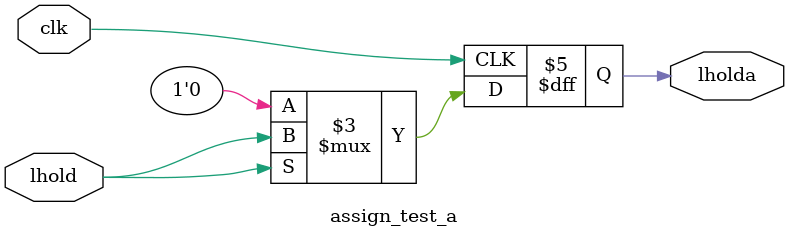
<source format=v>
module assign_test_a (
                       clk,
                       lhold,
                       lholda
);
	input clk;
	input lhold;
	output lholda;
	reg lholda;
	always @(posedge clk)
	if (lhold)
	 lholda<=lhold;
	else
	 lholda<=0;
endmodule
</source>
